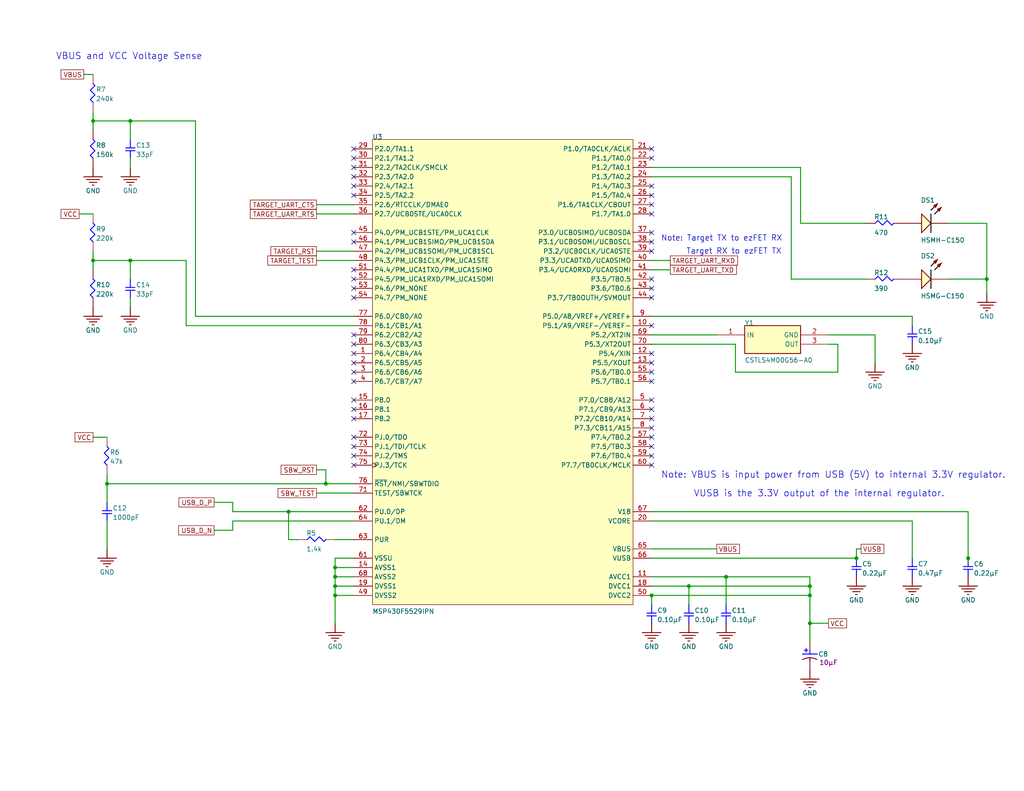
<source format=kicad_sch>
(kicad_sch (version 20230121) (generator eeschema)
  (paper "USLetter")
  (title_block (title "URC Custom ez-FET Lite") (rev "C"))
  (junction (at 35.56 71.12))
  (junction (at 233.68 152.4))
  (junction (at 29.21 132.08))
  (junction (at 220.98 160.02))
  (junction (at 88.9 132.08))
  (junction (at 220.98 162.56))
  (junction (at 25.4 33.02))
  (junction (at 91.44 160.02))
  (junction (at 220.98 170.18))
  (junction (at 187.96 160.02))
  (junction (at 264.16 152.4))
  (junction (at 177.8 162.56))
  (junction (at 78.74 139.7))
  (junction (at 35.56 33.02))
  (junction (at 198.12 157.48))
  (junction (at 91.44 162.56))
  (junction (at 91.44 157.48))
  (junction (at 25.4 71.12))
  (junction (at 269.24 76.2))
  (junction (at 91.44 154.94))
  (no_connect (at 177.8 109.22))
  (no_connect (at 96.52 76.2))
  (no_connect (at 177.8 99.06))
  (no_connect (at 96.52 101.6))
  (no_connect (at 96.52 81.28))
  (no_connect (at 96.52 99.06))
  (no_connect (at 96.52 48.26))
  (no_connect (at 177.8 88.9))
  (no_connect (at 177.8 63.5))
  (no_connect (at 96.52 43.18))
  (no_connect (at 177.8 50.8))
  (no_connect (at 96.52 45.72))
  (no_connect (at 177.8 40.64))
  (no_connect (at 96.52 66.04))
  (no_connect (at 96.52 73.66))
  (no_connect (at 177.8 127))
  (no_connect (at 96.52 109.22))
  (no_connect (at 177.8 104.14))
  (no_connect (at 96.52 93.98))
  (no_connect (at 177.8 43.18))
  (no_connect (at 96.52 127))
  (no_connect (at 177.8 76.2))
  (no_connect (at 177.8 66.04))
  (no_connect (at 177.8 124.46))
  (no_connect (at 96.52 111.76))
  (no_connect (at 96.52 91.44))
  (no_connect (at 177.8 81.28))
  (no_connect (at 177.8 68.58))
  (no_connect (at 96.52 78.74))
  (no_connect (at 177.8 111.76))
  (no_connect (at 96.52 50.8))
  (no_connect (at 96.52 53.34))
  (no_connect (at 177.8 96.52))
  (no_connect (at 177.8 58.42))
  (no_connect (at 96.52 119.38))
  (no_connect (at 96.52 124.46))
  (no_connect (at 177.8 116.84))
  (no_connect (at 96.52 63.5))
  (no_connect (at 96.52 121.92))
  (no_connect (at 177.8 119.38))
  (no_connect (at 177.8 114.3))
  (no_connect (at 177.8 78.74))
  (no_connect (at 177.8 55.88))
  (no_connect (at 96.52 96.52))
  (no_connect (at 96.52 114.3))
  (no_connect (at 96.52 40.64))
  (no_connect (at 177.8 53.34))
  (no_connect (at 177.8 121.92))
  (no_connect (at 96.52 104.14))
  (no_connect (at 177.8 101.6))
  (wire (pts (xy 91.44 160.02) (xy 91.44 162.56)) (stroke (width 0.254)))
  (wire (pts (xy 248.92 86.36) (xy 248.92 88.9)) (stroke (width 0.254)))
  (wire (pts (xy 177.8 48.26) (xy 215.9 48.26)) (stroke (width 0.254)))
  (wire (pts (xy 177.8 139.7) (xy 264.16 139.7)) (stroke (width 0.254)))
  (wire (pts (xy 182.88 73.66) (xy 177.8 73.66)) (stroke (width 0.254)))
  (wire (pts (xy 29.21 132.08) (xy 29.21 137.16)) (stroke (width 0.254)))
  (wire (pts (xy 177.8 86.36) (xy 248.92 86.36)) (stroke (width 0.254)))
  (wire (pts (xy 259.08 76.2) (xy 269.24 76.2)) (stroke (width 0.254)))
  (wire (pts (xy 218.44 45.72) (xy 177.8 45.72)) (stroke (width 0.254)))
  (wire (pts (xy 177.8 93.98) (xy 200.66 93.98)) (stroke (width 0.254)))
  (wire (pts (xy 29.21 142.24) (xy 29.21 149.86)) (stroke (width 0.254)))
  (wire (pts (xy 25.4 71.12) (xy 25.4 73.66)) (stroke (width 0.254)))
  (wire (pts (xy 269.24 60.96) (xy 269.24 76.2)) (stroke (width 0.254)))
  (wire (pts (xy 91.44 152.4) (xy 91.44 154.94)) (stroke (width 0.254)))
  (wire (pts (xy 25.4 68.58) (xy 25.4 71.12)) (stroke (width 0.254)))
  (wire (pts (xy 215.9 76.2) (xy 236.22 76.2)) (stroke (width 0.254)))
  (wire (pts (xy 63.5 137.16) (xy 58.42 137.16)) (stroke (width 0.254)))
  (wire (pts (xy 25.4 33.02) (xy 25.4 35.56)) (stroke (width 0.254)))
  (wire (pts (xy 269.24 76.2) (xy 269.24 80.01)) (stroke (width 0.254)))
  (wire (pts (xy 264.16 152.4) (xy 264.16 153.67)) (stroke (width 0.254)))
  (wire (pts (xy 25.4 30.48) (xy 25.4 33.02)) (stroke (width 0.254)))
  (wire (pts (xy 50.8 88.9) (xy 96.52 88.9)) (stroke (width 0.254)))
  (wire (pts (xy 88.9 132.08) (xy 96.52 132.08)) (stroke (width 0.254)))
  (wire (pts (xy 238.76 91.44) (xy 238.76 99.06)) (stroke (width 0.254)))
  (wire (pts (xy 177.8 157.48) (xy 198.12 157.48)) (stroke (width 0.254)))
  (wire (pts (xy 233.68 152.4) (xy 233.68 149.86)) (stroke (width 0.254)))
  (wire (pts (xy 198.12 157.48) (xy 198.12 165.1)) (stroke (width 0.254)))
  (wire (pts (xy 96.52 154.94) (xy 91.44 154.94)) (stroke (width 0.254)))
  (wire (pts (xy 177.8 162.56) (xy 220.98 162.56)) (stroke (width 0.254)))
  (wire (pts (xy 35.56 71.12) (xy 35.56 76.2)) (stroke (width 0.254)))
  (wire (pts (xy 50.8 71.12) (xy 50.8 88.9)) (stroke (width 0.254)))
  (wire (pts (xy 248.92 142.24) (xy 248.92 152.4)) (stroke (width 0.254)))
  (wire (pts (xy 220.98 162.56) (xy 220.98 160.02)) (stroke (width 0.254)))
  (wire (pts (xy 220.98 157.48) (xy 198.12 157.48)) (stroke (width 0.254)))
  (wire (pts (xy 96.52 134.62) (xy 86.36 134.62)) (stroke (width 0.254)))
  (wire (pts (xy 215.9 48.26) (xy 215.9 76.2)) (stroke (width 0.254)))
  (wire (pts (xy 63.5 139.7) (xy 63.5 137.16)) (stroke (width 0.254)))
  (wire (pts (xy 78.74 147.32) (xy 78.74 139.7)) (stroke (width 0.254)))
  (wire (pts (xy 220.98 160.02) (xy 220.98 157.48)) (stroke (width 0.254)))
  (wire (pts (xy 25.4 33.02) (xy 35.56 33.02)) (stroke (width 0.254)))
  (wire (pts (xy 228.6 101.6) (xy 228.6 93.98)) (stroke (width 0.254)))
  (wire (pts (xy 177.8 149.86) (xy 195.58 149.86)) (stroke (width 0.254)))
  (wire (pts (xy 78.74 139.7) (xy 63.5 139.7)) (stroke (width 0.254)))
  (wire (pts (xy 29.21 132.08) (xy 88.9 132.08)) (stroke (width 0.254)))
  (wire (pts (xy 86.36 68.58) (xy 96.52 68.58)) (stroke (width 0.254)))
  (wire (pts (xy 35.56 81.28) (xy 35.56 83.82)) (stroke (width 0.254)))
  (wire (pts (xy 91.44 162.56) (xy 96.52 162.56)) (stroke (width 0.254)))
  (wire (pts (xy 96.52 58.42) (xy 86.36 58.42)) (stroke (width 0.254)))
  (wire (pts (xy 25.4 71.12) (xy 35.56 71.12)) (stroke (width 0.254)))
  (wire (pts (xy 53.34 33.02) (xy 53.34 86.36)) (stroke (width 0.254)))
  (wire (pts (xy 187.96 160.02) (xy 220.98 160.02)) (stroke (width 0.254)))
  (wire (pts (xy 86.36 55.88) (xy 96.52 55.88)) (stroke (width 0.254)))
  (wire (pts (xy 200.66 101.6) (xy 228.6 101.6)) (stroke (width 0.254)))
  (wire (pts (xy 226.06 170.18) (xy 220.98 170.18)) (stroke (width 0.254)))
  (wire (pts (xy 88.9 132.08) (xy 88.9 128.27)) (stroke (width 0.254)))
  (wire (pts (xy 177.8 142.24) (xy 248.92 142.24)) (stroke (width 0.254)))
  (wire (pts (xy 63.5 142.24) (xy 96.52 142.24)) (stroke (width 0.254)))
  (wire (pts (xy 264.16 139.7) (xy 264.16 152.4)) (stroke (width 0.254)))
  (wire (pts (xy 91.44 157.48) (xy 91.44 160.02)) (stroke (width 0.254)))
  (wire (pts (xy 228.6 93.98) (xy 226.06 93.98)) (stroke (width 0.254)))
  (wire (pts (xy 35.56 71.12) (xy 50.8 71.12)) (stroke (width 0.254)))
  (wire (pts (xy 91.44 147.32) (xy 96.52 147.32)) (stroke (width 0.254)))
  (wire (pts (xy 29.21 119.38) (xy 25.4 119.38)) (stroke (width 0.254)))
  (wire (pts (xy 88.9 128.27) (xy 86.36 128.27)) (stroke (width 0.254)))
  (wire (pts (xy 177.8 91.44) (xy 195.58 91.44)) (stroke (width 0.254)))
  (wire (pts (xy 96.52 160.02) (xy 91.44 160.02)) (stroke (width 0.254)))
  (wire (pts (xy 58.42 144.78) (xy 63.5 144.78)) (stroke (width 0.254)))
  (wire (pts (xy 29.21 129.54) (xy 29.21 132.08)) (stroke (width 0.254)))
  (wire (pts (xy 200.66 93.98) (xy 200.66 101.6)) (stroke (width 0.254)))
  (wire (pts (xy 81.28 147.32) (xy 78.74 147.32)) (stroke (width 0.254)))
  (wire (pts (xy 236.22 60.96) (xy 218.44 60.96)) (stroke (width 0.254)))
  (wire (pts (xy 35.56 43.18) (xy 35.56 45.72)) (stroke (width 0.254)))
  (wire (pts (xy 96.52 139.7) (xy 78.74 139.7)) (stroke (width 0.254)))
  (wire (pts (xy 187.96 160.02) (xy 187.96 165.1)) (stroke (width 0.254)))
  (wire (pts (xy 86.36 71.12) (xy 96.52 71.12)) (stroke (width 0.254)))
  (wire (pts (xy 35.56 33.02) (xy 53.34 33.02)) (stroke (width 0.254)))
  (wire (pts (xy 96.52 152.4) (xy 91.44 152.4)) (stroke (width 0.254)))
  (wire (pts (xy 220.98 170.18) (xy 220.98 175.26)) (stroke (width 0.254)))
  (wire (pts (xy 177.8 165.1) (xy 177.8 162.56)) (stroke (width 0.254)))
  (wire (pts (xy 35.56 33.02) (xy 35.56 38.1)) (stroke (width 0.254)))
  (wire (pts (xy 25.4 20.32) (xy 22.86 20.32)) (stroke (width 0.254)))
  (wire (pts (xy 177.8 152.4) (xy 233.68 152.4)) (stroke (width 0.254)))
  (wire (pts (xy 233.68 149.86) (xy 234.95 149.86)) (stroke (width 0.254)))
  (wire (pts (xy 91.44 157.48) (xy 96.52 157.48)) (stroke (width 0.254)))
  (wire (pts (xy 25.4 58.42) (xy 21.59 58.42)) (stroke (width 0.254)))
  (wire (pts (xy 226.06 91.44) (xy 238.76 91.44)) (stroke (width 0.254)))
  (wire (pts (xy 53.34 86.36) (xy 96.52 86.36)) (stroke (width 0.254)))
  (wire (pts (xy 63.5 144.78) (xy 63.5 142.24)) (stroke (width 0.254)))
  (wire (pts (xy 177.8 71.12) (xy 182.88 71.12)) (stroke (width 0.254)))
  (wire (pts (xy 177.8 160.02) (xy 187.96 160.02)) (stroke (width 0.254)))
  (wire (pts (xy 91.44 162.56) (xy 91.44 170.18)) (stroke (width 0.254)))
  (wire (pts (xy 259.08 60.96) (xy 269.24 60.96)) (stroke (width 0.254)))
  (wire (pts (xy 220.98 170.18) (xy 220.98 162.56)) (stroke (width 0.254)))
  (wire (pts (xy 91.44 154.94) (xy 91.44 157.48)) (stroke (width 0.254)))
  (wire (pts (xy 218.44 60.96) (xy 218.44 45.72)) (stroke (width 0.254)))
  (text "Note: VBUS is input power from USB (5V) to internal 3.3V regulator." (at 180.34 130.81 0) (effects (font (size 1.778 1.778)) (justify left bottom)))
  (text "VBUS and VCC Voltage Sense" (at 15.24 16.51 0) (effects (font (size 1.778 1.778)) (justify left bottom)))
  (text "Note: Target TX to ezFET RX" (at 180.34 66.04 0) (effects (font (size 1.524 1.524)) (justify left bottom)))
  (text "Target RX to ezFET TX" (at 187.198 69.596 0) (effects (font (size 1.524 1.524)) (justify left bottom)))
  (text "VUSB is the 3.3V output of the internal regulator." (at 189.23 135.89 0) (effects (font (size 1.778 1.778)) (justify left bottom)))
  (global_label "TARGET_UART_TXD" (shape passive) (at 182.88 73.66 0) (property "Intersheetrefs" "${INTERSHEET_REFS}" (effects hide)))
  (global_label "VBUS" (shape passive) (at 22.86 20.32 180) (property "Intersheetrefs" "${INTERSHEET_REFS}" (effects hide)))
  (global_label "VUSB" (shape passive) (at 234.95 149.86 0) (property "Intersheetrefs" "${INTERSHEET_REFS}" (effects hide)))
  (global_label "TARGET_TEST" (shape passive) (at 86.36 71.12 180) (property "Intersheetrefs" "${INTERSHEET_REFS}" (effects hide)))
  (global_label "USB_D_N" (shape passive) (at 58.42 144.78 180) (property "Intersheetrefs" "${INTERSHEET_REFS}" (effects hide)))
  (global_label "VCC" (shape passive) (at 226.06 170.18 0) (property "Intersheetrefs" "${INTERSHEET_REFS}" (effects hide)))
  (global_label "TARGET_UART_RTS" (shape passive) (at 86.36 58.42 180) (property "Intersheetrefs" "${INTERSHEET_REFS}" (effects hide)))
  (global_label "SBW_RST" (shape passive) (at 86.36 128.27 180) (property "Intersheetrefs" "${INTERSHEET_REFS}" (effects hide)))
  (global_label "TARGET_UART_RXD" (shape passive) (at 182.88 71.12 0) (property "Intersheetrefs" "${INTERSHEET_REFS}" (effects hide)))
  (global_label "VBUS" (shape passive) (at 195.58 149.86 0) (property "Intersheetrefs" "${INTERSHEET_REFS}" (effects hide)))
  (global_label "USB_D_P" (shape passive) (at 58.42 137.16 180) (property "Intersheetrefs" "${INTERSHEET_REFS}" (effects hide)))
  (global_label "TARGET_UART_CTS" (shape passive) (at 86.36 55.88 180) (property "Intersheetrefs" "${INTERSHEET_REFS}" (effects hide)))
  (global_label "SBW_TEST" (shape passive) (at 86.36 134.62 180) (property "Intersheetrefs" "${INTERSHEET_REFS}" (effects hide)))
  (global_label "TARGET_RST" (shape passive) (at 86.36 68.58 180) (property "Intersheetrefs" "${INTERSHEET_REFS}" (effects hide)))
  (global_label "VCC" (shape passive) (at 21.59 58.42 180) (property "Intersheetrefs" "${INTERSHEET_REFS}" (effects hide)))
  (global_label "VCC" (shape passive) (at 25.4 119.38 180) (property "Intersheetrefs" "${INTERSHEET_REFS}" (effects hide)))
  (symbol (lib_id "URC_ezFET_Lite-altium-import:root_1_ERJ-P08J244V") (at 25.4 25.4 0) (unit 1)
    (property "Reference" "R7" (at 26.162 25.146 0) (effects (justify left bottom)))
    (property "Value" "240k" (at 26.162 27.686 0) (effects (justify left bottom)))
    (property "Footprint" "AltiumImport:SMD-1206-RES" (effects hide))
    (property "PART NUMBER" "ERJ-P08J244V" (effects hide))
    (property "DATASHEETS" "https://industrial.panasonic.com/cdbs/www-data/pdf/RDA0000/AOA0000C243.pdf" (effects hide))
    (property "IMAGE" "//media.digikey.com/Renders/Panasonic%20Renders/ERJ-1206%20Pkg.jpg" (effects hide))
    (property "DIGI-KEY PART NUMBER" "P240KALCT-ND" (effects hide))
    (property "MANUFACTURER" "Panasonic Electronic Components" (effects hide))
    (property "QUANTITY AVAILABLE" "21188" (effects hide))
    (property "FACTORY STOCK" "0" (effects hide))
    (property "UNIT PRICE (USD)" "0.02178" (effects hide))
    (property "@ QTY" "1500" (effects hide))
    (property "MINIMUM QUANTITY" "1" (effects hide))
    (property "PACKAGING" "Cut Tape (CT)" (effects hide))
    (property "SERIES" "ERJ" (effects hide))
    (property "PART STATUS" "Active" (effects hide))
    (property "ALTIUM_VALUE" "240k" (effects hide))
    (property "TOLERANCE" "±5%" (effects hide))
    (property "POWER (WATTS)" "0.667W, 2/3W" (effects hide))
    (property "COMPOSITION" "Thick Film" (effects hide))
    (property "FEATURES" "Automotive AEC-Q200, Pulse Withstanding" (effects hide))
    (property "TEMPERATURE COEFFICIENT" "±200ppm/°C" (effects hide))
    (property "OPERATING TEMPERATURE" "-55°C ~ 155°C" (effects hide))
    (property "PACKAGE / CASE" "1206 (3216 Metric)" (effects hide))
    (property "SUPPLIER DEVICE PACKAGE" "1206" (effects hide))
    (property "SIZE / DIMENSION" "0.126\" L x 0.063\" W (3.20mm x 1.60mm)" (effects hide))
    (property "HEIGHT - SEATED (MAX)" "0.028\" (0.70mm)" (effects hide))
    (property "NUMBER OF TERMINATIONS" "2" (effects hide))
    (property "FAILURE RATE" "-" (effects hide))
  )
  (symbol (lib_id "URC_ezFET_Lite-altium-import:GND") (at 25.4 83.82 0) (unit 1)
    (property "Reference" "#PWR?" (effects hide))
    (property "Value" "GND" (at 25.4 90.17 0))
  )
  (symbol (lib_id "URC_ezFET_Lite-altium-import:root_1_ERJ-P08J154V") (at 25.4 40.64 0) (unit 1)
    (property "Reference" "R8" (at 26.162 40.386 0) (effects (justify left bottom)))
    (property "Value" "150k" (at 26.162 42.926 0) (effects (justify left bottom)))
    (property "Footprint" "AltiumImport:SMD-1206-RES" (effects hide))
    (property "PART NUMBER" "ERJ-P08J154V" (effects hide))
    (property "DATASHEETS" "https://industrial.panasonic.com/cdbs/www-data/pdf/RDA0000/AOA0000C243.pdf" (effects hide))
    (property "IMAGE" "//media.digikey.com/Renders/Panasonic%20Renders/ERJ-1206%20Pkg.jpg" (effects hide))
    (property "DIGI-KEY PART NUMBER" "P150KALCT-ND" (effects hide))
    (property "MANUFACTURER" "Panasonic Electronic Components" (effects hide))
    (property "QUANTITY AVAILABLE" "30000" (effects hide))
    (property "FACTORY STOCK" "0" (effects hide))
    (property "UNIT PRICE (USD)" "0.02178" (effects hide))
    (property "@ QTY" "1500" (effects hide))
    (property "MINIMUM QUANTITY" "1" (effects hide))
    (property "PACKAGING" "Cut Tape (CT)" (effects hide))
    (property "SERIES" "ERJ" (effects hide))
    (property "PART STATUS" "Active" (effects hide))
    (property "ALTIUM_VALUE" "150k" (effects hide))
    (property "TOLERANCE" "±5%" (effects hide))
    (property "POWER (WATTS)" "0.667W, 2/3W" (effects hide))
    (property "COMPOSITION" "Thick Film" (effects hide))
    (property "FEATURES" "Automotive AEC-Q200, Pulse Withstanding" (effects hide))
    (property "TEMPERATURE COEFFICIENT" "±200ppm/°C" (effects hide))
    (property "OPERATING TEMPERATURE" "-55°C ~ 155°C" (effects hide))
    (property "PACKAGE / CASE" "1206 (3216 Metric)" (effects hide))
    (property "SUPPLIER DEVICE PACKAGE" "1206" (effects hide))
    (property "SIZE / DIMENSION" "0.126\" L x 0.063\" W (3.20mm x 1.60mm)" (effects hide))
    (property "HEIGHT - SEATED (MAX)" "0.028\" (0.70mm)" (effects hide))
    (property "NUMBER OF TERMINATIONS" "2" (effects hide))
    (property "FAILURE RATE" "-" (effects hide))
  )
  (symbol (lib_id "URC_ezFET_Lite-altium-import:root_0_GCM319R71H104KA37D") (at 177.8 167.64 0) (unit 1)
    (property "Reference" "C9" (at 179.324 167.386 0) (effects (justify left bottom)))
    (property "Value" "0.10µF" (at 179.324 169.926 0) (effects (justify left bottom)))
    (property "Footprint" "AltiumImport:SMD-1206C" (effects hide))
    (property "DATASHEETS" "http://www.murata.com/~/media/webrenewal/support/library/catalog/products/capacitor/mlcc/c03e.ashx" (effects hide))
    (property "IMAGE" "//media.digikey.com/Renders/Murata%20Renders/GR331BD72E473KW01L.jpg" (effects hide))
    (property "DIGI-KEY PART NUMBER" "490-11166-1-ND" (effects hide))
    (property "PART NUMBER" "GCM319R71H104KA37D" (effects hide))
    (property "MANUFACTURER" "Murata Electronics North America" (effects hide))
    (property "QUANTITY AVAILABLE" "5066" (effects hide))
    (property "FACTORY STOCK" "0" (effects hide))
    (property "UNIT PRICE (USD)" "0.21" (effects hide))
    (property "@ QTY" "0" (effects hide))
    (property "MINIMUM QUANTITY" "1" (effects hide))
    (property "PACKAGING" "Cut Tape (CT)" (effects hide))
    (property "SERIES" "GCM" (effects hide))
    (property "PART STATUS" "Active" (effects hide))
    (property "ALTIUM_VALUE" "0.10µF" (effects hide))
    (property "TOLERANCE" "±10%" (effects hide))
    (property "VOLTAGE" "50V" (effects hide))
    (property "TEMPERATURE COEFFICIENT" "X7R" (effects hide))
    (property "OPERATING TEMPERATURE" "-55°C ~ 125°C" (effects hide))
    (property "FEATURES" "-" (effects hide))
    (property "RATINGS" "AEC-Q200" (effects hide))
    (property "APPLICATIONS" "Automotive" (effects hide))
    (property "MOUNTING TYPE" "Surface Mount, MLCC" (effects hide))
    (property "PACKAGE / CASE" "1206 (3216 Metric)" (effects hide))
    (property "SIZE / DIMENSION" "0.126\" L x 0.063\" W (3.20mm x 1.60mm)" (effects hide))
    (property "HEIGHT - SEATED (MAX)" "-" (effects hide))
    (property "THICKNESS (MAX)" "0.037\" (0.95mm)" (effects hide))
    (property "LEAD SPACING" "-" (effects hide))
    (property "LEAD STYLE" "-" (effects hide))
  )
  (symbol (lib_id "URC_ezFET_Lite-altium-import:root_0_GCM31A7U2J330JX01D") (at 35.56 40.64 0) (unit 1)
    (property "Reference" "C13" (at 37.084 40.386 0) (effects (justify left bottom)))
    (property "Value" "33pF" (at 37.084 42.926 0) (effects (justify left bottom)))
    (property "Footprint" "AltiumImport:SMD-1206C" (effects hide))
    (property "DATASHEETS" "http://www.murata.com/~/media/webrenewal/support/library/catalog/products/capacitor/mlcc/c03e.ashx" (effects hide))
    (property "IMAGE" "//media.digikey.com/Renders/Murata%20Renders/GR331BD72E473KW01L.jpg" (effects hide))
    (property "DIGI-KEY PART NUMBER" "490-5040-1-ND" (effects hide))
    (property "PART NUMBER" "GCM31A7U2J330JX01D" (effects hide))
    (property "MANUFACTURER" "Murata Electronics North America" (effects hide))
    (property "QUANTITY AVAILABLE" "10466" (effects hide))
    (property "FACTORY STOCK" "0" (effects hide))
    (property "UNIT PRICE (USD)" "0.52" (effects hide))
    (property "@ QTY" "0" (effects hide))
    (property "MINIMUM QUANTITY" "1" (effects hide))
    (property "PACKAGING" "Cut Tape (CT)" (effects hide))
    (property "SERIES" "GCM" (effects hide))
    (property "PART STATUS" "Active" (effects hide))
    (property "ALTIUM_VALUE" "33pF" (effects hide))
    (property "TOLERANCE" "±5%" (effects hide))
    (property "VOLTAGE" "630V" (effects hide))
    (property "TEMPERATURE COEFFICIENT" "U2J" (effects hide))
    (property "OPERATING TEMPERATURE" "-55°C ~ 125°C" (effects hide))
    (property "FEATURES" "-" (effects hide))
    (property "RATINGS" "AEC-Q200" (effects hide))
    (property "APPLICATIONS" "Automotive" (effects hide))
    (property "MOUNTING TYPE" "Surface Mount, MLCC" (effects hide))
    (property "PACKAGE / CASE" "1206 (3216 Metric)" (effects hide))
    (property "SIZE / DIMENSION" "0.126\" L x 0.063\" W (3.20mm x 1.60mm)" (effects hide))
    (property "HEIGHT - SEATED (MAX)" "-" (effects hide))
    (property "THICKNESS (MAX)" "0.039\" (1.00mm)" (effects hide))
    (property "LEAD SPACING" "-" (effects hide))
    (property "LEAD STYLE" "-" (effects hide))
  )
  (symbol (lib_id "URC_ezFET_Lite-altium-import:root_1_ERJ-P08J224V") (at 25.4 63.5 0) (unit 1)
    (property "Reference" "R9" (at 26.162 63.246 0) (effects (justify left bottom)))
    (property "Value" "220k" (at 26.162 65.786 0) (effects (justify left bottom)))
    (property "Footprint" "AltiumImport:SMD-1206-RES" (effects hide))
    (property "PART NUMBER" "ERJ-P08J224V" (effects hide))
    (property "DATASHEETS" "https://industrial.panasonic.com/cdbs/www-data/pdf/RDA0000/AOA0000C243.pdf" (effects hide))
    (property "IMAGE" "//media.digikey.com/Renders/Panasonic%20Renders/ERJ-1206%20Pkg.jpg" (effects hide))
    (property "DIGI-KEY PART NUMBER" "P220KALCT-ND" (effects hide))
    (property "MANUFACTURER" "Panasonic Electronic Components" (effects hide))
    (property "QUANTITY AVAILABLE" "11189" (effects hide))
    (property "FACTORY STOCK" "0" (effects hide))
    (property "UNIT PRICE (USD)" "0.02178" (effects hide))
    (property "@ QTY" "1500" (effects hide))
    (property "MINIMUM QUANTITY" "1" (effects hide))
    (property "PACKAGING" "Cut Tape (CT)" (effects hide))
    (property "SERIES" "ERJ" (effects hide))
    (property "PART STATUS" "Active" (effects hide))
    (property "ALTIUM_VALUE" "220k" (effects hide))
    (property "TOLERANCE" "±5%" (effects hide))
    (property "POWER (WATTS)" "0.667W, 2/3W" (effects hide))
    (property "COMPOSITION" "Thick Film" (effects hide))
    (property "FEATURES" "Automotive AEC-Q200, Pulse Withstanding" (effects hide))
    (property "TEMPERATURE COEFFICIENT" "±200ppm/°C" (effects hide))
    (property "OPERATING TEMPERATURE" "-55°C ~ 155°C" (effects hide))
    (property "PACKAGE / CASE" "1206 (3216 Metric)" (effects hide))
    (property "SUPPLIER DEVICE PACKAGE" "1206" (effects hide))
    (property "SIZE / DIMENSION" "0.126\" L x 0.063\" W (3.20mm x 1.60mm)" (effects hide))
    (property "HEIGHT - SEATED (MAX)" "0.028\" (0.70mm)" (effects hide))
    (property "NUMBER OF TERMINATIONS" "2" (effects hide))
    (property "FAILURE RATE" "-" (effects hide))
  )
  (symbol (lib_id "URC_ezFET_Lite-altium-import:root_0_LED-RED-AK-2") (at 251.46 58.42 0) (unit 1)
    (property "Reference" "DS1" (at 251.206 55.372 0) (effects (justify left bottom)))
    (property "Value" "HSMH-C150" (at 251.206 66.294 0) (effects (justify left bottom)))
    (property "Footprint" "AltiumImport:AVAG-HSMX-C150_V" (effects hide))
    (property "TYPE" "Uni-Color" (effects hide))
    (property "PRODUCT HEIGHT (MM)" "1.1mm" (effects hide))
    (property "PACKAGE REFERENCE" "HSMX-C150" (effects hide))
    (property "PACKAGE DESCRIPTION" "2-Pin Surface Mount Device, Body 3.2 x 1.6 mm" (effects hide))
    (property "POWER DISSIPATION" "78W" (effects hide))
    (property "PRODUCT LENGTH (MM)" "3.2mm" (effects hide))
    (property "FORWARD VOLTAGE" "2.6V" (effects hide))
    (property "OPERATING TEMP RANGE" "-40Cto85C" (effects hide))
    (property "MOUNTING" "SurfaceMount" (effects hide))
    (property "LUMINOUS INTENSITY" "17mcd" (effects hide))
    (property "DELETED" "Compliant" (effects hide))
    (property "EMITTING COLOR" "Red" (effects hide))
    (property "SHAPE TYPE" "Rectangular" (effects hide))
    (property "PIN COUNT" "2" (effects hide))
    (property "PEAK WAVELENGTH" "660nm" (effects hide))
    (property "MAIN CATEGORY" "ChipLED" (effects hide))
    (property "DOMINANT WAVE LENGTH" "639nm" (effects hide))
    (property "OPERATING TEMPERATURE CLASSIFICATION" "Industrial" (effects hide))
    (property "RAD HARDENED" "No" (effects hide))
    (property "LENS TYPE" "ColorlessDiffused" (effects hide))
    (property "PRODUCT DEPTH (MM)" "1.6mm" (effects hide))
    (property "MANUFACTURER" "Avago" (effects hide))
    (property "DATASHEET URL" "http://media.digikey.com/pdf/Data%20Sheets/Avago%20PDFs/HSMz-Czzz.pdf" (effects hide))
    (property "PACKAGE TYPE" "ChipLed" (effects hide))
    (property "REVERSE VOLTAGE" "5V" (effects hide))
    (property "FORWARD CURRENT" "25mA" (effects hide))
    (property "CHIP MATERIAL" "GaAlAs" (effects hide))
    (property "MOUNTING TECHNOLOGY" "SurfaceMount" (effects hide))
    (property "HIGH BRIGHTNESS" "No" (effects hide))
    (property "TEST CURRENT (IT)" "20mA" (effects hide))
    (property "LENS DIMENSIONS" "2x1.6x0.6mm" (effects hide))
    (property "MANUFACTURER URL" "http://www.avagotech.com/" (effects hide))
    (property "LUM INTENSITY" "17mcd" (effects hide))
    (property "DATASHEET VERSION" "03/2012" (effects hide))
    (property "PACKAGING" "TapeandReel" (effects hide))
    (property "VIEWING ANGLE" "170deg" (effects hide))
    (property "NUMBER OF  ELEMENTS" "1" (effects hide))
  )
  (symbol (lib_id "URC_ezFET_Lite-altium-import:GND") (at 91.44 170.18 0) (unit 1)
    (property "Reference" "#PWR?" (effects hide))
    (property "Value" "GND" (at 91.44 176.53 0))
  )
  (symbol (lib_id "URC_ezFET_Lite-altium-import:GND") (at 248.92 157.48 0) (unit 1)
    (property "Reference" "#PWR?" (effects hide))
    (property "Value" "GND" (at 248.92 163.83 0))
  )
  (symbol (lib_id "URC_ezFET_Lite-altium-import:root_0_GCM31MR71H224KA37L") (at 264.16 154.94 0) (unit 1)
    (property "Reference" "C6" (at 265.684 154.686 0) (effects (justify left bottom)))
    (property "Value" "0.22µF" (at 265.684 157.226 0) (effects (justify left bottom)))
    (property "Footprint" "AltiumImport:SMD-1206C" (effects hide))
    (property "DATASHEETS" "http://www.murata.com/~/media/webrenewal/support/library/catalog/products/capacitor/mlcc/c03e.ashx" (effects hide))
    (property "IMAGE" "//media.digikey.com/Renders/Murata%20Renders/GR331BD72E473KW01L.jpg" (effects hide))
    (property "DIGI-KEY PART NUMBER" "490-8059-1-ND" (effects hide))
    (property "PART NUMBER" "GCM31MR71H224KA37L" (effects hide))
    (property "MANUFACTURER" "Murata Electronics North America" (effects hide))
    (property "QUANTITY AVAILABLE" "6941" (effects hide))
    (property "FACTORY STOCK" "0" (effects hide))
    (property "UNIT PRICE (USD)" "0.34" (effects hide))
    (property "@ QTY" "0" (effects hide))
    (property "MINIMUM QUANTITY" "1" (effects hide))
    (property "PACKAGING" "Cut Tape (CT)" (effects hide))
    (property "SERIES" "GCM" (effects hide))
    (property "PART STATUS" "Active" (effects hide))
    (property "ALTIUM_VALUE" "0.22µF" (effects hide))
    (property "TOLERANCE" "±10%" (effects hide))
    (property "VOLTAGE" "50V" (effects hide))
    (property "TEMPERATURE COEFFICIENT" "X7R" (effects hide))
    (property "OPERATING TEMPERATURE" "-55°C ~ 125°C" (effects hide))
    (property "FEATURES" "-" (effects hide))
    (property "RATINGS" "AEC-Q200" (effects hide))
    (property "APPLICATIONS" "Automotive" (effects hide))
    (property "MOUNTING TYPE" "Surface Mount, MLCC" (effects hide))
    (property "PACKAGE / CASE" "1206 (3216 Metric)" (effects hide))
    (property "SIZE / DIMENSION" "0.126\" L x 0.063\" W (3.20mm x 1.60mm)" (effects hide))
    (property "HEIGHT - SEATED (MAX)" "-" (effects hide))
    (property "THICKNESS (MAX)" "0.049\" (1.25mm)" (effects hide))
    (property "LEAD SPACING" "-" (effects hide))
    (property "LEAD STYLE" "-" (effects hide))
  )
  (symbol (lib_id "URC_ezFET_Lite-altium-import:GND") (at 248.92 93.98 0) (unit 1)
    (property "Reference" "#PWR?" (effects hide))
    (property "Value" "GND" (at 248.92 100.33 0))
  )
  (symbol (lib_id "URC_ezFET_Lite-altium-import:root_0_GCM31A7U2J330JX01D") (at 35.56 78.74 0) (unit 1)
    (property "Reference" "C14" (at 37.084 78.486 0) (effects (justify left bottom)))
    (property "Value" "33pF" (at 37.084 81.026 0) (effects (justify left bottom)))
    (property "Footprint" "AltiumImport:SMD-1206C" (effects hide))
    (property "DATASHEETS" "http://www.murata.com/~/media/webrenewal/support/library/catalog/products/capacitor/mlcc/c03e.ashx" (effects hide))
    (property "IMAGE" "//media.digikey.com/Renders/Murata%20Renders/GR331BD72E473KW01L.jpg" (effects hide))
    (property "DIGI-KEY PART NUMBER" "490-5040-1-ND" (effects hide))
    (property "PART NUMBER" "GCM31A7U2J330JX01D" (effects hide))
    (property "MANUFACTURER" "Murata Electronics North America" (effects hide))
    (property "QUANTITY AVAILABLE" "10466" (effects hide))
    (property "FACTORY STOCK" "0" (effects hide))
    (property "UNIT PRICE (USD)" "0.52" (effects hide))
    (property "@ QTY" "0" (effects hide))
    (property "MINIMUM QUANTITY" "1" (effects hide))
    (property "PACKAGING" "Cut Tape (CT)" (effects hide))
    (property "SERIES" "GCM" (effects hide))
    (property "PART STATUS" "Active" (effects hide))
    (property "ALTIUM_VALUE" "33pF" (effects hide))
    (property "TOLERANCE" "±5%" (effects hide))
    (property "VOLTAGE" "630V" (effects hide))
    (property "TEMPERATURE COEFFICIENT" "U2J" (effects hide))
    (property "OPERATING TEMPERATURE" "-55°C ~ 125°C" (effects hide))
    (property "FEATURES" "-" (effects hide))
    (property "RATINGS" "AEC-Q200" (effects hide))
    (property "APPLICATIONS" "Automotive" (effects hide))
    (property "MOUNTING TYPE" "Surface Mount, MLCC" (effects hide))
    (property "PACKAGE / CASE" "1206 (3216 Metric)" (effects hide))
    (property "SIZE / DIMENSION" "0.126\" L x 0.063\" W (3.20mm x 1.60mm)" (effects hide))
    (property "HEIGHT - SEATED (MAX)" "-" (effects hide))
    (property "THICKNESS (MAX)" "0.039\" (1.00mm)" (effects hide))
    (property "LEAD SPACING" "-" (effects hide))
    (property "LEAD STYLE" "-" (effects hide))
  )
  (symbol (lib_id "URC_ezFET_Lite-altium-import:GND") (at 25.4 45.72 0) (unit 1)
    (property "Reference" "#PWR?" (effects hide))
    (property "Value" "GND" (at 25.4 52.07 0))
  )
  (symbol (lib_id "URC_ezFET_Lite-altium-import:root_0_ERJ-8ENF4700V") (at 241.3 60.96 0) (unit 1)
    (property "Reference" "R11" (at 238.506 59.944 0) (effects (justify left bottom)))
    (property "Value" "470" (at 238.506 64.262 0) (effects (justify left bottom)))
    (property "Footprint" "AltiumImport:SMD-1206-RES" (effects hide))
    (property "PART NUMBER" "ERJ-8ENF4700V" (effects hide))
    (property "DATASHEETS" "http://industrial.panasonic.com/www-cgi/jvcr13pz.cgi?E+PZ+3+AOA0002+ERJ8ENF4700V+7+WW" (effects hide))
    (property "IMAGE" "//media.digikey.com/Renders/Panasonic%20Renders/ERJ-1206%20Pkg.jpg" (effects hide))
    (property "DIGI-KEY PART NUMBER" "P470FCT-ND" (effects hide))
    (property "MANUFACTURER" "Panasonic Electronic Components" (effects hide))
    (property "QUANTITY AVAILABLE" "55045" (effects hide))
    (property "FACTORY STOCK" "0" (effects hide))
    (property "UNIT PRICE (USD)" "0.00933" (effects hide))
    (property "@ QTY" "1500" (effects hide))
    (property "MINIMUM QUANTITY" "1" (effects hide))
    (property "PACKAGING" "Cut Tape (CT)" (effects hide))
    (property "SERIES" "ERJ" (effects hide))
    (property "PART STATUS" "Active" (effects hide))
    (property "ALTIUM_VALUE" "470" (effects hide))
    (property "TOLERANCE" "±1%" (effects hide))
    (property "POWER (WATTS)" "0.25W, 1/4W" (effects hide))
    (property "COMPOSITION" "Thick Film" (effects hide))
    (property "FEATURES" "Automotive AEC-Q200" (effects hide))
    (property "TEMPERATURE COEFFICIENT" "±100ppm/°C" (effects hide))
    (property "OPERATING TEMPERATURE" "-55°C ~ 155°C" (effects hide))
    (property "PACKAGE / CASE" "1206 (3216 Metric)" (effects hide))
    (property "SUPPLIER DEVICE PACKAGE" "1206" (effects hide))
    (property "SIZE / DIMENSION" "0.126\" L x 0.063\" W (3.20mm x 1.60mm)" (effects hide))
    (property "HEIGHT - SEATED (MAX)" "0.028\" (0.70mm)" (effects hide))
    (property "NUMBER OF TERMINATIONS" "2" (effects hide))
    (property "FAILURE RATE" "-" (effects hide))
  )
  (symbol (lib_id "URC_ezFET_Lite-altium-import:GND") (at 29.21 149.86 0) (unit 1)
    (property "Reference" "#PWR?" (effects hide))
    (property "Value" "GND" (at 29.21 156.21 0))
  )
  (symbol (lib_id "URC_ezFET_Lite-altium-import:GND") (at 177.8 170.18 0) (unit 1)
    (property "Reference" "#PWR?" (effects hide))
    (property "Value" "GND" (at 177.8 176.53 0))
  )
  (symbol (lib_id "URC_ezFET_Lite-altium-import:GND") (at 35.56 83.82 0) (unit 1)
    (property "Reference" "#PWR?" (effects hide))
    (property "Value" "GND" (at 35.56 90.17 0))
  )
  (symbol (lib_id "URC_ezFET_Lite-altium-import:GND") (at 269.24 80.01 0) (unit 1)
    (property "Reference" "#PWR?" (effects hide))
    (property "Value" "GND" (at 269.24 86.36 0))
  )
  (symbol (lib_id "URC_ezFET_Lite-altium-import:root_1_ERJ-P08J224V") (at 25.4 78.74 0) (unit 1)
    (property "Reference" "R10" (at 26.162 78.486 0) (effects (justify left bottom)))
    (property "Value" "220k" (at 26.162 81.026 0) (effects (justify left bottom)))
    (property "Footprint" "AltiumImport:SMD-1206-RES" (effects hide))
    (property "PART NUMBER" "ERJ-P08J224V" (effects hide))
    (property "DATASHEETS" "https://industrial.panasonic.com/cdbs/www-data/pdf/RDA0000/AOA0000C243.pdf" (effects hide))
    (property "IMAGE" "//media.digikey.com/Renders/Panasonic%20Renders/ERJ-1206%20Pkg.jpg" (effects hide))
    (property "DIGI-KEY PART NUMBER" "P220KALCT-ND" (effects hide))
    (property "MANUFACTURER" "Panasonic Electronic Components" (effects hide))
    (property "QUANTITY AVAILABLE" "11189" (effects hide))
    (property "FACTORY STOCK" "0" (effects hide))
    (property "UNIT PRICE (USD)" "0.02178" (effects hide))
    (property "@ QTY" "1500" (effects hide))
    (property "MINIMUM QUANTITY" "1" (effects hide))
    (property "PACKAGING" "Cut Tape (CT)" (effects hide))
    (property "SERIES" "ERJ" (effects hide))
    (property "PART STATUS" "Active" (effects hide))
    (property "ALTIUM_VALUE" "220k" (effects hide))
    (property "TOLERANCE" "±5%" (effects hide))
    (property "POWER (WATTS)" "0.667W, 2/3W" (effects hide))
    (property "COMPOSITION" "Thick Film" (effects hide))
    (property "FEATURES" "Automotive AEC-Q200, Pulse Withstanding" (effects hide))
    (property "TEMPERATURE COEFFICIENT" "±200ppm/°C" (effects hide))
    (property "OPERATING TEMPERATURE" "-55°C ~ 155°C" (effects hide))
    (property "PACKAGE / CASE" "1206 (3216 Metric)" (effects hide))
    (property "SUPPLIER DEVICE PACKAGE" "1206" (effects hide))
    (property "SIZE / DIMENSION" "0.126\" L x 0.063\" W (3.20mm x 1.60mm)" (effects hide))
    (property "HEIGHT - SEATED (MAX)" "0.028\" (0.70mm)" (effects hide))
    (property "NUMBER OF TERMINATIONS" "2" (effects hide))
    (property "FAILURE RATE" "-" (effects hide))
  )
  (symbol (lib_id "URC_ezFET_Lite-altium-import:GND") (at 187.96 170.18 0) (unit 1)
    (property "Reference" "#PWR?" (effects hide))
    (property "Value" "GND" (at 187.96 176.53 0))
  )
  (symbol (lib_id "URC_ezFET_Lite-altium-import:GND") (at 264.16 157.48 0) (unit 1)
    (property "Reference" "#PWR?" (effects hide))
    (property "Value" "GND" (at 264.16 163.83 0))
  )
  (symbol (lib_id "URC_ezFET_Lite-altium-import:GND") (at 35.56 45.72 0) (unit 1)
    (property "Reference" "#PWR?" (effects hide))
    (property "Value" "GND" (at 35.56 52.07 0))
  )
  (symbol (lib_id "URC_ezFET_Lite-altium-import:root_0_GRM319R71H102KA01D") (at 29.21 139.7 0) (unit 1)
    (property "Reference" "C12" (at 30.734 139.446 0) (effects (justify left bottom)))
    (property "Value" "1000pF" (at 30.734 141.986 0) (effects (justify left bottom)))
    (property "Footprint" "AltiumImport:SMD-1206C" (effects hide))
    (property "DATASHEETS" "http://www.murata.com/~/media/webrenewal/support/library/catalog/products/capacitor/mlcc/c02e.pdf" (effects hide))
    (property "IMAGE" "//media.digikey.com/Renders/Murata%20Renders/GR331BD72E473KW01L.jpg" (effects hide))
    (property "DIGI-KEY PART NUMBER" "490-11610-1-ND" (effects hide))
    (property "PART NUMBER" "GRM319R71H102KA01D" (effects hide))
    (property "MANUFACTURER" "Murata Electronics North America" (effects hide))
    (property "QUANTITY AVAILABLE" "4837" (effects hide))
    (property "FACTORY STOCK" "0" (effects hide))
    (property "UNIT PRICE (USD)" "0.19" (effects hide))
    (property "@ QTY" "0" (effects hide))
    (property "MINIMUM QUANTITY" "1" (effects hide))
    (property "PACKAGING" "Cut Tape (CT)" (effects hide))
    (property "SERIES" "GRM" (effects hide))
    (property "PART STATUS" "Active" (effects hide))
    (property "ALTIUM_VALUE" "1000pF" (effects hide))
    (property "TOLERANCE" "±10%" (effects hide))
    (property "VOLTAGE" "50V" (effects hide))
    (property "TEMPERATURE COEFFICIENT" "X7R" (effects hide))
    (property "OPERATING TEMPERATURE" "-55°C ~ 125°C" (effects hide))
    (property "FEATURES" "-" (effects hide))
    (property "RATINGS" "-" (effects hide))
    (property "APPLICATIONS" "General Purpose" (effects hide))
    (property "MOUNTING TYPE" "Surface Mount, MLCC" (effects hide))
    (property "PACKAGE / CASE" "1206 (3216 Metric)" (effects hide))
    (property "SIZE / DIMENSION" "0.126\" L x 0.063\" W (3.20mm x 1.60mm)" (effects hide))
    (property "HEIGHT - SEATED (MAX)" "-" (effects hide))
    (property "THICKNESS (MAX)" "0.037\" (0.95mm)" (effects hide))
    (property "LEAD SPACING" "-" (effects hide))
    (property "LEAD STYLE" "-" (effects hide))
  )
  (symbol (lib_id "URC_ezFET_Lite-altium-import:root_0_mirrored_TI-MSP430F552X_A-PN80") (at 172.72 38.1 0) (unit 1)
    (property "Reference" "U3" (at 101.6 38.1 0) (effects (justify left bottom)))
    (property "Value" "MSP430F5529IPN" (at 101.6 167.64 0) (effects (justify left bottom)))
    (property "Footprint" "AltiumImport:PN0080A_L" (effects hide))
    (property "PACKAGEDESCRIPTION" "80-Pin Plastic Quad Flat Pack, Body 12 x 12 mm, Pitch 0.5 mm" (effects hide))
    (property "USCI_B (I2C & SPI)" "2" (effects hide))
    (property "COMPARATORS" "Yes" (effects hide))
    (property "SUBFAMILY" "5 Series" (effects hide))
    (property "COMPONENTLINK3DESCRIPTION" "Package Specification" (effects hide))
    (property "PACKAGEREFERENCE" "PN0080A" (effects hide))
    (property "BROWN OUT RESET" "Yes" (effects hide))
    (property "MOUNTING TECHNOLOGY" "Surface Mount" (effects hide))
    (property "FLASH(KB)" "128" (effects hide))
    (property "COMPONENTLINK3URL" "http://www.ti.com/lit/ml/mtqf010a/mtqf010a.pdf" (effects hide))
    (property "COMPONENTLINK2DESCRIPTION" "Datasheet" (effects hide))
    (property "REAL-TIME CLOCK" "Yes" (effects hide))
    (property "ADC" "12-bit SAR" (effects hide))
    (property "DMA" "3" (effects hide))
    (property "SRAM(B)" "8192" (effects hide))
    (property "COMPONENTLINK1DESCRIPTION" "Manufacturer URL" (effects hide))
    (property "PARTNUMBER" "MSP430F5529IPN" (effects hide))
    (property "MANUFACTURER" "Texas Instruments" (effects hide))
    (property "ADC CHANNELS" "16" (effects hide))
    (property "TEMP SENSOR" "Yes" (effects hide))
    (property "GPIO" "63" (effects hide))
    (property "USCI_A (UART/LIN/IRDA/SPI)" "2" (effects hide))
    (property "CODE_JEDEC" "MS-018" (effects hide))
    (property "TIMERS - 16-BIT" "4" (effects hide))
    (property "WATCHDOG" "Yes" (effects hide))
    (property "ECO-PLAN" "Green (RoHS & no Sb/Br)" (effects hide))
    (property "MULTIPLIER" "32x32" (effects hide))
    (property "USB" "1" (effects hide))
    (property "FREQUENCY(MHZ)" "25" (effects hide))
    (property "COMPONENTLINK2URL" "http://www.ti.com/general/docs/lit/getliterature.tsp?genericPartNumber=MSP430F5529&fileType=pdf" (effects hide))
    (property "SVS" "Yes" (effects hide))
    (property "COMPONENTLINK1URL" "http://www.ti.com/" (effects hide))
    (property "DATASHEETVERSION" "SLAS590I" (effects hide))
  )
  (symbol (lib_id "URC_ezFET_Lite-altium-import:root_2_mirrored_CSTLS4M00G56-A0") (at 180.34 93.98 0) (unit 1)
    (property "Reference" "Y1" (at 203.2 88.9 0) (effects (justify left bottom)))
    (property "Value" "CSTLS4M00G56-A0" (at 203.2 99.06 0) (effects (justify left bottom)))
    (property "Footprint" "AltiumImport:CSTLS_G" (effects hide))
    (property "VENDOR" "Murata" (effects hide))
    (property "MANUFACTURER_PART_NUMBER" "CSTLS4M00G56-A0" (effects hide))
    (property "BUILT_BY" "EMA_UL_Team" (effects hide))
    (property "COPYRIGHT" "Copyright (C) 2018 Accelerated Designs. All rights reserved" (effects hide))
    (property "REFDES" "RefDes" (effects hide))
    (property "TYPE" "DEV" (effects hide))
    (property "ALTIUM_VALUE" "Value" (effects hide))
  )
  (symbol (lib_id "URC_ezFET_Lite-altium-import:GND") (at 220.98 182.88 0) (unit 1)
    (property "Reference" "#PWR?" (effects hide))
    (property "Value" "GND" (at 220.98 189.23 0))
  )
  (symbol (lib_id "URC_ezFET_Lite-altium-import:root_0_LED_GREEN_A1K2-2") (at 252.73 76.2 0) (unit 1)
    (property "Reference" "DS2" (at 251.206 70.612 0) (effects (justify left bottom)))
    (property "Value" "HSMG-C150" (at 251.206 81.534 0) (effects (justify left bottom)))
    (property "Footprint" "AltiumImport:AVAG-HSMX-C150_V" (effects hide))
    (property "FORWARD VOLTAGE VF MAX" "2.6V" (effects hide))
    (property "MANUFACTURER" "Avago" (effects hide))
    (property "FORWARD CURRENT IF MAX" "20mA" (effects hide))
    (property "PACKAGE REFERENCE" "HSMX-C150" (effects hide))
    (property "BULB SIZE" "1.6mmx2mm" (effects hide))
    (property "MOUNTING TYPE" "SMD" (effects hide))
    (property "PIV MAX" "5V" (effects hide))
    (property "DATASHEET VERSION" "Mar-12" (effects hide))
    (property "STORAGE TEMPERATURE MAX" "85degC" (effects hide))
    (property "DOMINANT WAVELENGTH" "572nm" (effects hide))
    (property "FORWARD CURRENT IF" "20mA" (effects hide))
    (property "OPERATING TEMPERATURE MIN" "-30degC" (effects hide))
    (property "OPERATING TEMPERATURE MAX" "85degC" (effects hide))
    (property "EXTERNAL LENGTH / HEIGHT" "3.2mm" (effects hide))
    (property "WAVELENGTH TYP" "572nm" (effects hide))
    (property "SVHC" "NoSVHC(16-Jun-2014)" (effects hide))
    (property "VIEWING ANGLE" "170deg" (effects hide))
    (property "PEAK WAVELENGTH" "570nm" (effects hide))
    (property "DATASHEET URL" "https://datasheet.ciiva.com/11774/0900766b804a6539-11774272.pdf" (effects hide))
    (property "EXTERNAL WIDTH" "1.6mm" (effects hide))
    (property "NO. OF PINS" "2" (effects hide))
    (property "LUMINOUS INTENSITY TYP" "15mcd" (effects hide))
    (property "LUMINOUS INTENSITY" "15mcd" (effects hide))
    (property "MANUFACTURER URL" "http://www.avagotech.com/" (effects hide))
    (property "STORAGE TEMPERATURE MIN" "-40degC" (effects hide))
    (property "LIGHT OUTPUT ORIENTATION" "TopEmitting" (effects hide))
    (property "PACKAGE DESCRIPTION" "2-Pin Surface Mount Device, Body 3.2 x 1.6 mm" (effects hide))
    (property "LED TYPE" "Standard" (effects hide))
    (property "MSL" "MSL2A-4weeks" (effects hide))
    (property "LED COLOUR" "Green" (effects hide))
    (property "OPERATING TEMPERATURE RANGE" "-30degCto+85degC" (effects hide))
    (property "LUMINOUS INTENSITY @ IF MIN" "4.5mcd" (effects hide))
    (property "LED MOUNTING" "SMD" (effects hide))
    (property "VOLTAGE VF MIN" "2.2V" (effects hide))
    (property "LENS SHAPE" "Rectangular" (effects hide))
    (property "VOLTAGE VF TYP" "2.2V" (effects hide))
    (property "OPTO CASE STYLE" "SMD" (effects hide))
    (property "EXTERNAL DEPTH" "1.1mm" (effects hide))
    (property "PACKAGING" "CutTape" (effects hide))
    (property "MATERIAL" "GaP" (effects hide))
    (property "FORWARD VOLTAGE" "2.2V" (effects hide))
    (property "OPTO MOUNTING ORIENTATION" "Top" (effects hide))
    (property "REVERSE PROTECTION VOLTAGE" "5V" (effects hide))
  )
  (symbol (lib_id "URC_ezFET_Lite-altium-import:root_0_GCM31MR71H474KA37L") (at 248.92 154.94 0) (unit 1)
    (property "Reference" "C7" (at 250.444 154.686 0) (effects (justify left bottom)))
    (property "Value" "0.47µF" (at 250.444 157.226 0) (effects (justify left bottom)))
    (property "Footprint" "AltiumImport:SMD-1206C" (effects hide))
    (property "DATASHEETS" "http://www.murata.com/~/media/webrenewal/support/library/catalog/products/capacitor/mlcc/c03e.ashx" (effects hide))
    (property "IMAGE" "//media.digikey.com/Renders/Murata%20Renders/GR331BD72E473KW01L.jpg" (effects hide))
    (property "DIGI-KEY PART NUMBER" "490-8061-1-ND" (effects hide))
    (property "PART NUMBER" "GCM31MR71H474KA37L" (effects hide))
    (property "MANUFACTURER" "Murata Electronics North America" (effects hide))
    (property "QUANTITY AVAILABLE" "11849" (effects hide))
    (property "FACTORY STOCK" "0" (effects hide))
    (property "UNIT PRICE (USD)" "0.53" (effects hide))
    (property "@ QTY" "0" (effects hide))
    (property "MINIMUM QUANTITY" "1" (effects hide))
    (property "PACKAGING" "Cut Tape (CT)" (effects hide))
    (property "SERIES" "GCM" (effects hide))
    (property "PART STATUS" "Active" (effects hide))
    (property "ALTIUM_VALUE" "0.47µF" (effects hide))
    (property "TOLERANCE" "±10%" (effects hide))
    (property "VOLTAGE" "50V" (effects hide))
    (property "TEMPERATURE COEFFICIENT" "X7R" (effects hide))
    (property "OPERATING TEMPERATURE" "-55°C ~ 125°C" (effects hide))
    (property "FEATURES" "-" (effects hide))
    (property "RATINGS" "AEC-Q200" (effects hide))
    (property "APPLICATIONS" "Automotive" (effects hide))
    (property "MOUNTING TYPE" "Surface Mount, MLCC" (effects hide))
    (property "PACKAGE / CASE" "1206 (3216 Metric)" (effects hide))
    (property "SIZE / DIMENSION" "0.126\" L x 0.063\" W (3.20mm x 1.60mm)" (effects hide))
    (property "HEIGHT - SEATED (MAX)" "-" (effects hide))
    (property "THICKNESS (MAX)" "0.049\" (1.25mm)" (effects hide))
    (property "LEAD SPACING" "-" (effects hide))
    (property "LEAD STYLE" "-" (effects hide))
  )
  (symbol (lib_id "URC_ezFET_Lite-altium-import:root_0_CAP-P-2") (at 220.98 175.26 0) (unit 1)
    (property "Reference" "C8" (at 223.266 179.324 0) (effects (justify left bottom)))
    (property "Value" "T491A106K010AT" (effects hide))
    (property "Footprint" "AltiumImport:KEMT-A-3216-18-2_M" (effects hide))
    (property "MANUFACTURER SIZE CODE" "A" (effects hide))
    (property "TYPE" "Molded" (effects hide))
    (property "FAMILY" "TantalumCapacitors" (effects hide))
    (property "ONLINE CATALOG" "T491Series" (effects hide))
    (property "OTHER NAMES" "399-3684-2" (effects hide))
    (property "MANUFACTURER URL" "http://www.kemet.com/" (effects hide))
    (property "DATASHEET URL" "http://www.farnell.com/datasheets/1824869.pdf" (effects hide))
    (property "PACKAGE REFERENCE" "1206" (effects hide))
    (property "VOLTAGE - RATED" "10V" (effects hide))
    (property "PACKAGING" "Tape&Reel(TR)" (effects hide))
    (property "SERIES" "T491" (effects hide))
    (property "LIFETIME @ TEMP." "2000Hrs@85degC" (effects hide))
    (property "OPERATING TEMPERATURE" "-55degC~125degC" (effects hide))
    (property "MOUNTING TYPE" "SurfaceMount" (effects hide))
    (property "PRODUCT TRAINING MODULES" "CapacitorBasics-TypicalUsesforCapacitorsDeratingGuidelinesforSurfaceMountTantalumCapacitors" (effects hide))
    (property "HEIGHT - SEATED (MAX)" "0.071\"(1.80mm)" (effects hide))
    (property "PACKAGE / CASE" "1206(3216Metric)" (effects hide))
    (property "ESR (EQUIVALENT SERIES RESISTANCE)" "3.8Ohm" (effects hide))
    (property "PACKAGE DESCRIPTION" "2-Pin Surface Mount Device, Body 3.2 x 1.6 mm" (effects hide))
    (property "FEATURES" "GeneralPurpose" (effects hide))
    (property "TOLERANCE" "±10%" (effects hide))
    (property "MANUFACTURER" "Kemet" (effects hide))
    (property "LEAD SPACING" "-" (effects hide))
    (property "CAPACITANCE" "10µF" (at 223.52 181.61 0) (effects (justify left bottom)))
    (property "SIZE / DIMENSION" "0.126\"Lx0.063\"W(3.20mmx1.60mm)" (effects hide))
    (property "STANDARD PACKAGE" "2,000" (effects hide))
    (property "DATASHEET VERSION" "Apr-14" (effects hide))
    (property "CATALOG DRAWINGS" "T49x,T5xxSeries_A-side1T49x,T5xxSeries_A,B-side2T49x,T5xxSeries_A,SBottom" (effects hide))
    (property "CATEGORY" "Capacitors" (effects hide))
  )
  (symbol (lib_id "URC_ezFET_Lite-altium-import:root_0_ERJ-6ENF1401V") (at 86.36 147.32 0) (unit 1)
    (property "Reference" "R5" (at 83.566 146.304 0) (effects (justify left bottom)))
    (property "Value" "1.4k" (at 83.566 150.622 0) (effects (justify left bottom)))
    (property "Footprint" "AltiumImport:SMD-0805-RES" (effects hide))
    (property "PART NUMBER" "ERJ-6ENF1401V" (effects hide))
    (property "DATASHEETS" "http://industrial.panasonic.com/www-cgi/jvcr13pz.cgi?E+PZ+3+AOA0002+ERJ6ENF1401V+7+WW" (effects hide))
    (property "IMAGE" "//media.digikey.com/Renders/Panasonic%20Renders/ERJ-0805%20Pkg.jpg" (effects hide))
    (property "DIGI-KEY PART NUMBER" "P1.40KCCT-ND" (effects hide))
    (property "MANUFACTURER" "Panasonic Electronic Components" (effects hide))
    (property "QUANTITY AVAILABLE" "52856" (effects hide))
    (property "FACTORY STOCK" "0" (effects hide))
    (property "UNIT PRICE (USD)" "0.00729" (effects hide))
    (property "@ QTY" "1500" (effects hide))
    (property "MINIMUM QUANTITY" "1" (effects hide))
    (property "PACKAGING" "Cut Tape (CT)" (effects hide))
    (property "SERIES" "ERJ" (effects hide))
    (property "PART STATUS" "Active" (effects hide))
    (property "ALTIUM_VALUE" "1.4k" (effects hide))
    (property "TOLERANCE" "±1%" (effects hide))
    (property "POWER (WATTS)" "0.125W, 1/8W" (effects hide))
    (property "COMPOSITION" "Thick Film" (effects hide))
    (property "FEATURES" "Automotive AEC-Q200" (effects hide))
    (property "TEMPERATURE COEFFICIENT" "±100ppm/°C" (effects hide))
    (property "OPERATING TEMPERATURE" "-55°C ~ 155°C" (effects hide))
    (property "PACKAGE / CASE" "0805 (2012 Metric)" (effects hide))
    (property "SUPPLIER DEVICE PACKAGE" "0805" (effects hide))
    (property "SIZE / DIMENSION" "0.079\" L x 0.049\" W (2.00mm x 1.25mm)" (effects hide))
    (property "HEIGHT - SEATED (MAX)" "0.028\" (0.70mm)" (effects hide))
    (property "NUMBER OF TERMINATIONS" "2" (effects hide))
    (property "FAILURE RATE" "-" (effects hide))
  )
  (symbol (lib_id "URC_ezFET_Lite-altium-import:root_0_GCM319R71H104KA37D") (at 187.96 167.64 0) (unit 1)
    (property "Reference" "C10" (at 189.484 167.386 0) (effects (justify left bottom)))
    (property "Value" "0.10µF" (at 189.484 169.926 0) (effects (justify left bottom)))
    (property "Footprint" "AltiumImport:SMD-1206C" (effects hide))
    (property "DATASHEETS" "http://www.murata.com/~/media/webrenewal/support/library/catalog/products/capacitor/mlcc/c03e.ashx" (effects hide))
    (property "IMAGE" "//media.digikey.com/Renders/Murata%20Renders/GR331BD72E473KW01L.jpg" (effects hide))
    (property "DIGI-KEY PART NUMBER" "490-11166-1-ND" (effects hide))
    (property "PART NUMBER" "GCM319R71H104KA37D" (effects hide))
    (property "MANUFACTURER" "Murata Electronics North America" (effects hide))
    (property "QUANTITY AVAILABLE" "5066" (effects hide))
    (property "FACTORY STOCK" "0" (effects hide))
    (property "UNIT PRICE (USD)" "0.21" (effects hide))
    (property "@ QTY" "0" (effects hide))
    (property "MINIMUM QUANTITY" "1" (effects hide))
    (property "PACKAGING" "Cut Tape (CT)" (effects hide))
    (property "SERIES" "GCM" (effects hide))
    (property "PART STATUS" "Active" (effects hide))
    (property "ALTIUM_VALUE" "0.10µF" (effects hide))
    (property "TOLERANCE" "±10%" (effects hide))
    (property "VOLTAGE" "50V" (effects hide))
    (property "TEMPERATURE COEFFICIENT" "X7R" (effects hide))
    (property "OPERATING TEMPERATURE" "-55°C ~ 125°C" (effects hide))
    (property "FEATURES" "-" (effects hide))
    (property "RATINGS" "AEC-Q200" (effects hide))
    (property "APPLICATIONS" "Automotive" (effects hide))
    (property "MOUNTING TYPE" "Surface Mount, MLCC" (effects hide))
    (property "PACKAGE / CASE" "1206 (3216 Metric)" (effects hide))
    (property "SIZE / DIMENSION" "0.126\" L x 0.063\" W (3.20mm x 1.60mm)" (effects hide))
    (property "HEIGHT - SEATED (MAX)" "-" (effects hide))
    (property "THICKNESS (MAX)" "0.037\" (0.95mm)" (effects hide))
    (property "LEAD SPACING" "-" (effects hide))
    (property "LEAD STYLE" "-" (effects hide))
  )
  (symbol (lib_id "URC_ezFET_Lite-altium-import:root_0_ERJ-8ENF3900V") (at 241.3 76.2 0) (unit 1)
    (property "Reference" "R12" (at 238.506 75.184 0) (effects (justify left bottom)))
    (property "Value" "390" (at 238.506 79.502 0) (effects (justify left bottom)))
    (property "Footprint" "AltiumImport:SMD-1206-RES" (effects hide))
    (property "PART NUMBER" "ERJ-8ENF3900V" (effects hide))
    (property "DATASHEETS" "http://industrial.panasonic.com/www-cgi/jvcr13pz.cgi?E+PZ+3+AOA0002+ERJ8ENF3900V+7+WW" (effects hide))
    (property "IMAGE" "//media.digikey.com/Renders/Panasonic%20Renders/ERJ-1206%20Pkg.jpg" (effects hide))
    (property "DIGI-KEY PART NUMBER" "P390FCT-ND" (effects hide))
    (property "MANUFACTURER" "Panasonic Electronic Components" (effects hide))
    (property "QUANTITY AVAILABLE" "65574" (effects hide))
    (property "FACTORY STOCK" "0" (effects hide))
    (property "UNIT PRICE (USD)" "0.00933" (effects hide))
    (property "@ QTY" "1500" (effects hide))
    (property "MINIMUM QUANTITY" "1" (effects hide))
    (property "PACKAGING" "Cut Tape (CT)" (effects hide))
    (property "SERIES" "ERJ" (effects hide))
    (property "PART STATUS" "Active" (effects hide))
    (property "ALTIUM_VALUE" "390" (effects hide))
    (property "TOLERANCE" "±1%" (effects hide))
    (property "POWER (WATTS)" "0.25W, 1/4W" (effects hide))
    (property "COMPOSITION" "Thick Film" (effects hide))
    (property "FEATURES" "Automotive AEC-Q200" (effects hide))
    (property "TEMPERATURE COEFFICIENT" "±100ppm/°C" (effects hide))
    (property "OPERATING TEMPERATURE" "-55°C ~ 155°C" (effects hide))
    (property "PACKAGE / CASE" "1206 (3216 Metric)" (effects hide))
    (property "SUPPLIER DEVICE PACKAGE" "1206" (effects hide))
    (property "SIZE / DIMENSION" "0.126\" L x 0.063\" W (3.20mm x 1.60mm)" (effects hide))
    (property "HEIGHT - SEATED (MAX)" "0.028\" (0.70mm)" (effects hide))
    (property "NUMBER OF TERMINATIONS" "2" (effects hide))
    (property "FAILURE RATE" "-" (effects hide))
  )
  (symbol (lib_id "URC_ezFET_Lite-altium-import:root_0_GCM319R71H104KA37D") (at 198.12 167.64 0) (unit 1)
    (property "Reference" "C11" (at 199.644 167.386 0) (effects (justify left bottom)))
    (property "Value" "0.10µF" (at 199.644 169.926 0) (effects (justify left bottom)))
    (property "Footprint" "AltiumImport:SMD-1206C" (effects hide))
    (property "DATASHEETS" "http://www.murata.com/~/media/webrenewal/support/library/catalog/products/capacitor/mlcc/c03e.ashx" (effects hide))
    (property "IMAGE" "//media.digikey.com/Renders/Murata%20Renders/GR331BD72E473KW01L.jpg" (effects hide))
    (property "DIGI-KEY PART NUMBER" "490-11166-1-ND" (effects hide))
    (property "PART NUMBER" "GCM319R71H104KA37D" (effects hide))
    (property "MANUFACTURER" "Murata Electronics North America" (effects hide))
    (property "QUANTITY AVAILABLE" "5066" (effects hide))
    (property "FACTORY STOCK" "0" (effects hide))
    (property "UNIT PRICE (USD)" "0.21" (effects hide))
    (property "@ QTY" "0" (effects hide))
    (property "MINIMUM QUANTITY" "1" (effects hide))
    (property "PACKAGING" "Cut Tape (CT)" (effects hide))
    (property "SERIES" "GCM" (effects hide))
    (property "PART STATUS" "Active" (effects hide))
    (property "ALTIUM_VALUE" "0.10µF" (effects hide))
    (property "TOLERANCE" "±10%" (effects hide))
    (property "VOLTAGE" "50V" (effects hide))
    (property "TEMPERATURE COEFFICIENT" "X7R" (effects hide))
    (property "OPERATING TEMPERATURE" "-55°C ~ 125°C" (effects hide))
    (property "FEATURES" "-" (effects hide))
    (property "RATINGS" "AEC-Q200" (effects hide))
    (property "APPLICATIONS" "Automotive" (effects hide))
    (property "MOUNTING TYPE" "Surface Mount, MLCC" (effects hide))
    (property "PACKAGE / CASE" "1206 (3216 Metric)" (effects hide))
    (property "SIZE / DIMENSION" "0.126\" L x 0.063\" W (3.20mm x 1.60mm)" (effects hide))
    (property "HEIGHT - SEATED (MAX)" "-" (effects hide))
    (property "THICKNESS (MAX)" "0.037\" (0.95mm)" (effects hide))
    (property "LEAD SPACING" "-" (effects hide))
    (property "LEAD STYLE" "-" (effects hide))
  )
  (symbol (lib_id "URC_ezFET_Lite-altium-import:GND") (at 198.12 170.18 0) (unit 1)
    (property "Reference" "#PWR?" (effects hide))
    (property "Value" "GND" (at 198.12 176.53 0))
  )
  (symbol (lib_id "URC_ezFET_Lite-altium-import:GND") (at 238.76 99.06 0) (unit 1)
    (property "Reference" "#PWR?" (effects hide))
    (property "Value" "GND" (at 238.76 105.41 0))
  )
  (symbol (lib_id "URC_ezFET_Lite-altium-import:GND") (at 233.68 157.48 0) (unit 1)
    (property "Reference" "#PWR?" (effects hide))
    (property "Value" "GND" (at 233.68 163.83 0))
  )
  (symbol (lib_id "URC_ezFET_Lite-altium-import:root_0_GCM31MR71H224KA37L") (at 233.68 154.94 0) (unit 1)
    (property "Reference" "C5" (at 235.204 154.686 0) (effects (justify left bottom)))
    (property "Value" "0.22µF" (at 235.204 157.226 0) (effects (justify left bottom)))
    (property "Footprint" "AltiumImport:SMD-1206C" (effects hide))
    (property "DATASHEETS" "http://www.murata.com/~/media/webrenewal/support/library/catalog/products/capacitor/mlcc/c03e.ashx" (effects hide))
    (property "IMAGE" "//media.digikey.com/Renders/Murata%20Renders/GR331BD72E473KW01L.jpg" (effects hide))
    (property "DIGI-KEY PART NUMBER" "490-8059-1-ND" (effects hide))
    (property "PART NUMBER" "GCM31MR71H224KA37L" (effects hide))
    (property "MANUFACTURER" "Murata Electronics North America" (effects hide))
    (property "QUANTITY AVAILABLE" "6941" (effects hide))
    (property "FACTORY STOCK" "0" (effects hide))
    (property "UNIT PRICE (USD)" "0.34" (effects hide))
    (property "@ QTY" "0" (effects hide))
    (property "MINIMUM QUANTITY" "1" (effects hide))
    (property "PACKAGING" "Cut Tape (CT)" (effects hide))
    (property "SERIES" "GCM" (effects hide))
    (property "PART STATUS" "Active" (effects hide))
    (property "ALTIUM_VALUE" "0.22µF" (effects hide))
    (property "TOLERANCE" "±10%" (effects hide))
    (property "VOLTAGE" "50V" (effects hide))
    (property "TEMPERATURE COEFFICIENT" "X7R" (effects hide))
    (property "OPERATING TEMPERATURE" "-55°C ~ 125°C" (effects hide))
    (property "FEATURES" "-" (effects hide))
    (property "RATINGS" "AEC-Q200" (effects hide))
    (property "APPLICATIONS" "Automotive" (effects hide))
    (property "MOUNTING TYPE" "Surface Mount, MLCC" (effects hide))
    (property "PACKAGE / CASE" "1206 (3216 Metric)" (effects hide))
    (property "SIZE / DIMENSION" "0.126\" L x 0.063\" W (3.20mm x 1.60mm)" (effects hide))
    (property "HEIGHT - SEATED (MAX)" "-" (effects hide))
    (property "THICKNESS (MAX)" "0.049\" (1.25mm)" (effects hide))
    (property "LEAD SPACING" "-" (effects hide))
    (property "LEAD STYLE" "-" (effects hide))
  )
  (symbol (lib_id "URC_ezFET_Lite-altium-import:root_0_GCJ31CR72E104KXJ3L") (at 248.92 91.44 0) (unit 1)
    (property "Reference" "C15" (at 250.444 91.186 0) (effects (justify left bottom)))
    (property "Value" "0.10µF" (at 250.444 93.726 0) (effects (justify left bottom)))
    (property "Footprint" "AltiumImport:SMD-1206C" (effects hide))
    (property "DATASHEETS" "http://www.murata.com/~/media/webrenewal/support/library/catalog/products/capacitor/mlcc/c03e.ashx" (effects hide))
    (property "IMAGE" "//media.digikey.com/Renders/Murata%20Renders/GR331BD72E473KW01L.jpg" (effects hide))
    (property "DIGI-KEY PART NUMBER" "490-12647-1-ND" (effects hide))
    (property "PART NUMBER" "GCJ31CR72E104KXJ3L" (effects hide))
    (property "MANUFACTURER" "Murata Electronics North America" (effects hide))
    (property "QUANTITY AVAILABLE" "3645" (effects hide))
    (property "FACTORY STOCK" "0" (effects hide))
    (property "UNIT PRICE (USD)" "0.36" (effects hide))
    (property "@ QTY" "0" (effects hide))
    (property "MINIMUM QUANTITY" "1" (effects hide))
    (property "PACKAGING" "Cut Tape (CT)" (effects hide))
    (property "SERIES" "GCJ" (effects hide))
    (property "PART STATUS" "Active" (effects hide))
    (property "ALTIUM_VALUE" "0.10µF" (effects hide))
    (property "TOLERANCE" "±10%" (effects hide))
    (property "VOLTAGE" "250V" (effects hide))
    (property "TEMPERATURE COEFFICIENT" "X7R" (effects hide))
    (property "OPERATING TEMPERATURE" "-55°C ~ 125°C" (effects hide))
    (property "FEATURES" "Soft Termination" (effects hide))
    (property "RATINGS" "AEC-Q200" (effects hide))
    (property "APPLICATIONS" "Automotive, Boardflex Sensitive" (effects hide))
    (property "MOUNTING TYPE" "Surface Mount, MLCC" (effects hide))
    (property "PACKAGE / CASE" "1206 (3216 Metric)" (effects hide))
    (property "SIZE / DIMENSION" "0.126\" L x 0.063\" W (3.20mm x 1.60mm)" (effects hide))
    (property "HEIGHT - SEATED (MAX)" "-" (effects hide))
    (property "THICKNESS (MAX)" "0.071\" (1.80mm)" (effects hide))
    (property "LEAD SPACING" "-" (effects hide))
    (property "LEAD STYLE" "-" (effects hide))
  )
  (symbol (lib_id "URC_ezFET_Lite-altium-import:root_1_ERJ-P08J473V") (at 29.21 124.46 0) (unit 1)
    (property "Reference" "R6" (at 29.972 124.206 0) (effects (justify left bottom)))
    (property "Value" "47k" (at 29.972 126.746 0) (effects (justify left bottom)))
    (property "Footprint" "AltiumImport:SMD-1206-RES" (effects hide))
    (property "PART NUMBER" "ERJ-P08J473V" (effects hide))
    (property "DATASHEETS" "https://industrial.panasonic.com/cdbs/www-data/pdf/RDA0000/AOA0000C243.pdf" (effects hide))
    (property "IMAGE" "//media.digikey.com/Renders/Panasonic%20Renders/ERJ-1206%20Pkg.jpg" (effects hide))
    (property "DIGI-KEY PART NUMBER" "P47KALCT-ND" (effects hide))
    (property "MANUFACTURER" "Panasonic Electronic Components" (effects hide))
    (property "QUANTITY AVAILABLE" "29484" (effects hide))
    (property "FACTORY STOCK" "0" (effects hide))
    (property "UNIT PRICE (USD)" "0.02178" (effects hide))
    (property "@ QTY" "1500" (effects hide))
    (property "MINIMUM QUANTITY" "1" (effects hide))
    (property "PACKAGING" "Cut Tape (CT)" (effects hide))
    (property "SERIES" "ERJ" (effects hide))
    (property "PART STATUS" "Active" (effects hide))
    (property "ALTIUM_VALUE" "47k" (effects hide))
    (property "TOLERANCE" "±5%" (effects hide))
    (property "POWER (WATTS)" "0.667W, 2/3W" (effects hide))
    (property "COMPOSITION" "Thick Film" (effects hide))
    (property "FEATURES" "Automotive AEC-Q200, Pulse Withstanding" (effects hide))
    (property "TEMPERATURE COEFFICIENT" "±200ppm/°C" (effects hide))
    (property "OPERATING TEMPERATURE" "-55°C ~ 155°C" (effects hide))
    (property "PACKAGE / CASE" "1206 (3216 Metric)" (effects hide))
    (property "SUPPLIER DEVICE PACKAGE" "1206" (effects hide))
    (property "SIZE / DIMENSION" "0.126\" L x 0.063\" W (3.20mm x 1.60mm)" (effects hide))
    (property "HEIGHT - SEATED (MAX)" "0.028\" (0.70mm)" (effects hide))
    (property "NUMBER OF TERMINATIONS" "2" (effects hide))
    (property "FAILURE RATE" "-" (effects hide))
  )
)
</source>
